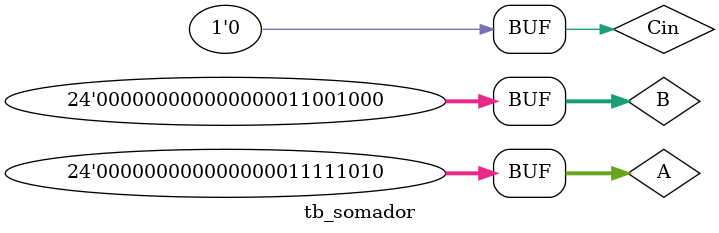
<source format=v>
`timescale 1ns / 100ps

module tb_somador();

reg [23:0] A,B;
reg Cin;
wire [23:0] saida;
wire Cout;

somador_1 sum(
    .A(A), 
    .B(B),
    .Cin(Cin),
    .saida(saida),
    .Cout(Cout)
);

initial begin
    A = 24'd100;
    B = 24'd200;
    Cin = 1'b0;

    #10 A = 24'd100;
    B = 24'd200;
    Cin = 1'b1;

    #10 A = 24'd150;
    B = 24'd200;
    Cin = 1'b1;

    #10 A = 24'd250;
    B = 24'd200;
    Cin = 1'b1;

    #10 A = 24'd250;
    B = 24'd200;
    Cin = 1'b0;




    
end

endmodule
</source>
